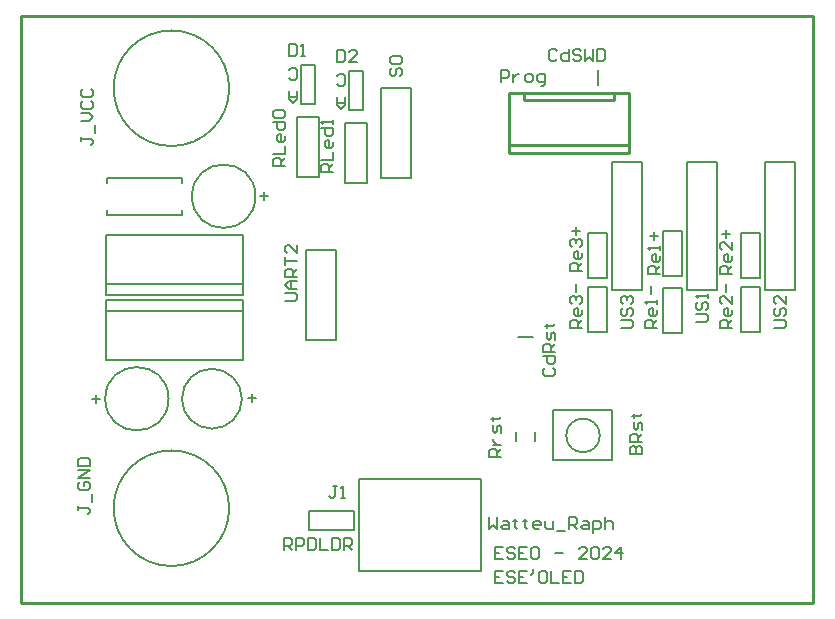
<source format=gto>
G04*
G04 #@! TF.GenerationSoftware,Altium Limited,Altium Designer,19.1.5 (86)*
G04*
G04 Layer_Color=65535*
%FSLAX25Y25*%
%MOIN*%
G70*
G01*
G75*
%ADD10C,0.00787*%
%ADD11C,0.00800*%
%ADD12C,0.00600*%
%ADD13C,0.01000*%
D10*
X104259Y89000D02*
G03*
X104259Y89000I-19259J0D01*
G01*
X98500Y115500D02*
G03*
X108500Y125500I0J10000D01*
G01*
X88500D02*
G03*
X98500Y115500I10000J0D01*
G01*
Y135500D02*
G03*
X88500Y125500I0J-10000D01*
G01*
X108500D02*
G03*
X98500Y135500I-10000J0D01*
G01*
X113000Y193000D02*
G03*
X113000Y193000I-10563J0D01*
G01*
X104259Y229000D02*
G03*
X104259Y229000I-19259J0D01*
G01*
X84063Y125500D02*
G03*
X84063Y125500I-10563J0D01*
G01*
X108835Y138531D02*
Y158453D01*
X63047Y138531D02*
Y158453D01*
Y138531D02*
X108835D01*
X63047Y158453D02*
X108835D01*
X63047Y154752D02*
X108835D01*
X206150Y111425D02*
Y114575D01*
X199850Y111425D02*
Y114575D01*
X144138Y221638D02*
X148862D01*
Y234630D01*
X144138D02*
X148862D01*
X144138Y221638D02*
Y234630D01*
X140000Y145000D02*
Y175000D01*
X130000D02*
X140000D01*
X130000Y145000D02*
Y175000D01*
Y145000D02*
X140000D01*
X88500Y186750D02*
Y188500D01*
X63500Y197500D02*
Y199250D01*
X88500D01*
Y197500D02*
Y199250D01*
X63500Y186750D02*
X88500D01*
X63500D02*
Y188500D01*
X188091Y68209D02*
Y81090D01*
Y88090D02*
Y98839D01*
X174291Y68209D02*
X188091D01*
Y81090D02*
Y88090D01*
X147500Y98839D02*
X188091D01*
X147500Y68209D02*
Y98839D01*
Y68209D02*
X174291D01*
X232000Y204299D02*
X242000Y204299D01*
Y161779D02*
Y204299D01*
X232000Y161779D02*
Y204299D01*
Y161779D02*
X242000D01*
X155000Y229000D02*
X165000D01*
Y199000D02*
Y229000D01*
X155000Y199000D02*
X165000D01*
X155000D02*
Y229000D01*
X63165Y160047D02*
Y179969D01*
X108953Y160047D02*
Y179969D01*
X63165D02*
X108953D01*
X63165Y160047D02*
X108953D01*
X63165Y163748D02*
X108953D01*
X128138Y223638D02*
X132862D01*
Y236630D01*
X128138D02*
X132862D01*
X128138Y223638D02*
Y236630D01*
X200441Y146087D02*
X205559D01*
X227087Y229941D02*
Y235059D01*
X257000Y204299D02*
X267000D01*
Y161779D02*
Y204299D01*
X257000Y161779D02*
Y204299D01*
Y161779D02*
X267000D01*
X283000Y204299D02*
X293000D01*
Y161779D02*
Y204299D01*
X283000Y161779D02*
Y204299D01*
Y161779D02*
X293000D01*
X142957Y225969D02*
Y223345D01*
X141645Y222033D01*
X140333Y223345D01*
Y225969D01*
Y224001D01*
X142957D01*
X140333Y230563D02*
X140989Y229907D01*
X142301D01*
X142957Y230563D01*
Y233187D01*
X142301Y233842D01*
X140989D01*
X140333Y233187D01*
X126957Y227969D02*
Y225345D01*
X125645Y224033D01*
X124333Y225345D01*
Y227969D01*
Y226001D01*
X126957D01*
X124333Y232563D02*
X124989Y231907D01*
X126301D01*
X126957Y232563D01*
Y235187D01*
X126301Y235842D01*
X124989D01*
X124333Y235187D01*
D11*
X227803Y113260D02*
G03*
X227803Y113260I-5590J0D01*
G01*
X212213Y104953D02*
X231898D01*
Y121882D01*
X212213D02*
X231898D01*
X212213Y104953D02*
Y121882D01*
X139000Y201000D02*
X135001D01*
Y202999D01*
X135668Y203666D01*
X137001D01*
X137667Y202999D01*
Y201000D01*
Y202333D02*
X139000Y203666D01*
X135001Y204999D02*
X139000D01*
Y207664D01*
Y210997D02*
Y209664D01*
X138333Y208997D01*
X137001D01*
X136334Y209664D01*
Y210997D01*
X137001Y211663D01*
X137667D01*
Y208997D01*
X135001Y215662D02*
X139000D01*
Y213663D01*
X138333Y212996D01*
X137001D01*
X136334Y213663D01*
Y215662D01*
X139000Y216995D02*
Y218328D01*
Y217661D01*
X135001D01*
X135668Y216995D01*
X122500Y75000D02*
Y78999D01*
X124499D01*
X125166Y78332D01*
Y76999D01*
X124499Y76333D01*
X122500D01*
X123833D02*
X125166Y75000D01*
X126499D02*
Y78999D01*
X128498D01*
X129165Y78332D01*
Y76999D01*
X128498Y76333D01*
X126499D01*
X130497Y78999D02*
Y75000D01*
X132497D01*
X133163Y75666D01*
Y78332D01*
X132497Y78999D01*
X130497D01*
X134496D02*
Y75000D01*
X137162D01*
X138495Y78999D02*
Y75000D01*
X140494D01*
X141161Y75666D01*
Y78332D01*
X140494Y78999D01*
X138495D01*
X142494Y75000D02*
Y78999D01*
X144493D01*
X145159Y78332D01*
Y76999D01*
X144493Y76333D01*
X142494D01*
X143826D02*
X145159Y75000D01*
X195000Y106000D02*
X191001D01*
Y107999D01*
X191668Y108666D01*
X193001D01*
X193667Y107999D01*
Y106000D01*
Y107333D02*
X195000Y108666D01*
X192334Y109999D02*
X195000D01*
X193667D01*
X193001Y110665D01*
X192334Y111332D01*
Y111998D01*
X195000Y113997D02*
Y115997D01*
X194334Y116663D01*
X193667Y115997D01*
Y114664D01*
X193001Y113997D01*
X192334Y114664D01*
Y116663D01*
X191668Y118663D02*
X192334D01*
Y117996D01*
Y119329D01*
Y118663D01*
X194334D01*
X195000Y119329D01*
X140300Y241799D02*
Y237800D01*
X142299D01*
X142966Y238466D01*
Y241132D01*
X142299Y241799D01*
X140300D01*
X146965Y237800D02*
X144299D01*
X146965Y240466D01*
Y241132D01*
X146298Y241799D01*
X144965D01*
X144299Y241132D01*
X195000Y231000D02*
Y234999D01*
X196999D01*
X197666Y234332D01*
Y232999D01*
X196999Y232333D01*
X195000D01*
X198999Y233666D02*
Y231000D01*
Y232333D01*
X199665Y232999D01*
X200332Y233666D01*
X200998D01*
X203664Y231000D02*
X204997D01*
X205663Y231666D01*
Y232999D01*
X204997Y233666D01*
X203664D01*
X202997Y232999D01*
Y231666D01*
X203664Y231000D01*
X208329Y229667D02*
X208996D01*
X209662Y230334D01*
Y233666D01*
X207663D01*
X206996Y232999D01*
Y231666D01*
X207663Y231000D01*
X209662D01*
X123001Y158000D02*
X126333D01*
X127000Y158667D01*
Y159999D01*
X126333Y160666D01*
X123001D01*
X127000Y161999D02*
X124334D01*
X123001Y163332D01*
X124334Y164664D01*
X127000D01*
X125001D01*
Y161999D01*
X127000Y165997D02*
X123001D01*
Y167997D01*
X123668Y168663D01*
X125001D01*
X125667Y167997D01*
Y165997D01*
Y167330D02*
X127000Y168663D01*
X123001Y169996D02*
Y172662D01*
Y171329D01*
X127000D01*
Y176661D02*
Y173995D01*
X124334Y176661D01*
X123668D01*
X123001Y175994D01*
Y174661D01*
X123668Y173995D01*
X54001Y89666D02*
Y88333D01*
Y88999D01*
X57334D01*
X58000Y88333D01*
Y87666D01*
X57334Y87000D01*
X58666Y90999D02*
Y93664D01*
X54668Y97663D02*
X54001Y96997D01*
Y95664D01*
X54668Y94997D01*
X57334D01*
X58000Y95664D01*
Y96997D01*
X57334Y97663D01*
X56001D01*
Y96330D01*
X58000Y98996D02*
X54001D01*
X58000Y101662D01*
X54001D01*
Y102995D02*
X58000D01*
Y104994D01*
X57334Y105661D01*
X54668D01*
X54001Y104994D01*
Y102995D01*
X113185Y125666D02*
X110519D01*
X111852Y124333D02*
Y126999D01*
X117319Y193166D02*
X114653D01*
X115986Y191833D02*
Y194499D01*
X238001Y107000D02*
X242000D01*
Y108999D01*
X241334Y109666D01*
X240667D01*
X240001Y108999D01*
Y107000D01*
Y108999D01*
X239334Y109666D01*
X238668D01*
X238001Y108999D01*
Y107000D01*
X242000Y110999D02*
X238001D01*
Y112998D01*
X238668Y113664D01*
X240001D01*
X240667Y112998D01*
Y110999D01*
Y112332D02*
X242000Y113664D01*
Y114997D02*
Y116997D01*
X241334Y117663D01*
X240667Y116997D01*
Y115664D01*
X240001Y114997D01*
X239334Y115664D01*
Y117663D01*
X238668Y119663D02*
X239334D01*
Y118996D01*
Y120329D01*
Y119663D01*
X241334D01*
X242000Y120329D01*
X140166Y96499D02*
X138833D01*
X139499D01*
Y93166D01*
X138833Y92500D01*
X138166D01*
X137500Y93166D01*
X141499Y92500D02*
X142832D01*
X142165D01*
Y96499D01*
X141499Y95832D01*
X235001Y149000D02*
X238334D01*
X239000Y149667D01*
Y150999D01*
X238334Y151666D01*
X235001D01*
X235668Y155665D02*
X235001Y154998D01*
Y153665D01*
X235668Y152999D01*
X236334D01*
X237001Y153665D01*
Y154998D01*
X237667Y155665D01*
X238334D01*
X239000Y154998D01*
Y153665D01*
X238334Y152999D01*
X235668Y156997D02*
X235001Y157664D01*
Y158997D01*
X235668Y159663D01*
X236334D01*
X237001Y158997D01*
Y158330D01*
Y158997D01*
X237667Y159663D01*
X238334D01*
X239000Y158997D01*
Y157664D01*
X238334Y156997D01*
X158668Y235666D02*
X158001Y234999D01*
Y233666D01*
X158668Y233000D01*
X159334D01*
X160001Y233666D01*
Y234999D01*
X160667Y235666D01*
X161334D01*
X162000Y234999D01*
Y233666D01*
X161334Y233000D01*
X158668Y236999D02*
X158001Y237665D01*
Y238998D01*
X158668Y239665D01*
X161334D01*
X162000Y238998D01*
Y237665D01*
X161334Y236999D01*
X158668D01*
X55001Y212666D02*
Y211333D01*
Y211999D01*
X58334D01*
X59000Y211333D01*
Y210666D01*
X58334Y210000D01*
X59666Y213999D02*
Y216665D01*
X55001Y217997D02*
X57667D01*
X59000Y219330D01*
X57667Y220663D01*
X55001D01*
X55668Y224662D02*
X55001Y223995D01*
Y222663D01*
X55668Y221996D01*
X58334D01*
X59000Y222663D01*
Y223995D01*
X58334Y224662D01*
X55668Y228661D02*
X55001Y227994D01*
Y226661D01*
X55668Y225995D01*
X58334D01*
X59000Y226661D01*
Y227994D01*
X58334Y228661D01*
X58618Y125334D02*
X61284D01*
X59951Y126667D02*
Y124001D01*
X124300Y243799D02*
Y239800D01*
X126299D01*
X126966Y240466D01*
Y243132D01*
X126299Y243799D01*
X124300D01*
X128299Y239800D02*
X129632D01*
X128965D01*
Y243799D01*
X128299Y243132D01*
X123000Y203000D02*
X119001D01*
Y204999D01*
X119668Y205666D01*
X121001D01*
X121667Y204999D01*
Y203000D01*
Y204333D02*
X123000Y205666D01*
X119001Y206999D02*
X123000D01*
Y209665D01*
Y212997D02*
Y211664D01*
X122334Y210997D01*
X121001D01*
X120334Y211664D01*
Y212997D01*
X121001Y213663D01*
X121667D01*
Y210997D01*
X119001Y217662D02*
X123000D01*
Y215663D01*
X122334Y214996D01*
X121001D01*
X120334Y215663D01*
Y217662D01*
X119668Y218995D02*
X119001Y219661D01*
Y220994D01*
X119668Y221661D01*
X122334D01*
X123000Y220994D01*
Y219661D01*
X122334Y218995D01*
X119668D01*
X209668Y135666D02*
X209001Y134999D01*
Y133667D01*
X209668Y133000D01*
X212334D01*
X213000Y133667D01*
Y134999D01*
X212334Y135666D01*
X209001Y139664D02*
X213000D01*
Y137665D01*
X212334Y136999D01*
X211001D01*
X210334Y137665D01*
Y139664D01*
X213000Y140997D02*
X209001D01*
Y142997D01*
X209668Y143663D01*
X211001D01*
X211667Y142997D01*
Y140997D01*
Y142330D02*
X213000Y143663D01*
Y144996D02*
Y146995D01*
X212334Y147662D01*
X211667Y146995D01*
Y145663D01*
X211001Y144996D01*
X210334Y145663D01*
Y147662D01*
X209668Y149661D02*
X210334D01*
Y148995D01*
Y150328D01*
Y149661D01*
X212334D01*
X213000Y150328D01*
X213666Y241332D02*
X212999Y241999D01*
X211666D01*
X211000Y241332D01*
Y238666D01*
X211666Y238000D01*
X212999D01*
X213666Y238666D01*
X217665Y241999D02*
Y238000D01*
X215665D01*
X214999Y238666D01*
Y239999D01*
X215665Y240666D01*
X217665D01*
X221663Y241332D02*
X220997Y241999D01*
X219664D01*
X218997Y241332D01*
Y240666D01*
X219664Y239999D01*
X220997D01*
X221663Y239333D01*
Y238666D01*
X220997Y238000D01*
X219664D01*
X218997Y238666D01*
X222996Y241999D02*
Y238000D01*
X224329Y239333D01*
X225662Y238000D01*
Y241999D01*
X226995D02*
Y238000D01*
X228994D01*
X229661Y238666D01*
Y241332D01*
X228994Y241999D01*
X226995D01*
X248000Y167000D02*
X244001D01*
Y168999D01*
X244668Y169666D01*
X246001D01*
X246667Y168999D01*
Y167000D01*
Y168333D02*
X248000Y169666D01*
Y172998D02*
Y171665D01*
X247334Y170999D01*
X246001D01*
X245334Y171665D01*
Y172998D01*
X246001Y173664D01*
X246667D01*
Y170999D01*
X248000Y174997D02*
Y176330D01*
Y175664D01*
X244001D01*
X244668Y174997D01*
X246001Y178330D02*
Y180996D01*
X244668Y179663D02*
X247334D01*
X272000Y167000D02*
X268001D01*
Y168999D01*
X268668Y169666D01*
X270001D01*
X270667Y168999D01*
Y167000D01*
Y168333D02*
X272000Y169666D01*
Y172998D02*
Y171665D01*
X271334Y170999D01*
X270001D01*
X269334Y171665D01*
Y172998D01*
X270001Y173664D01*
X270667D01*
Y170999D01*
X272000Y177663D02*
Y174997D01*
X269334Y177663D01*
X268668D01*
X268001Y176997D01*
Y175664D01*
X268668Y174997D01*
X270001Y178996D02*
Y181662D01*
X268668Y180329D02*
X271334D01*
X222000Y168000D02*
X218001D01*
Y169999D01*
X218668Y170666D01*
X220001D01*
X220667Y169999D01*
Y168000D01*
Y169333D02*
X222000Y170666D01*
Y173998D02*
Y172665D01*
X221334Y171999D01*
X220001D01*
X219334Y172665D01*
Y173998D01*
X220001Y174664D01*
X220667D01*
Y171999D01*
X218668Y175997D02*
X218001Y176664D01*
Y177997D01*
X218668Y178663D01*
X219334D01*
X220001Y177997D01*
Y177330D01*
Y177997D01*
X220667Y178663D01*
X221334D01*
X222000Y177997D01*
Y176664D01*
X221334Y175997D01*
X220001Y179996D02*
Y182662D01*
X218668Y181329D02*
X221334D01*
X247000Y149000D02*
X243001D01*
Y150999D01*
X243668Y151666D01*
X245001D01*
X245667Y150999D01*
Y149000D01*
Y150333D02*
X247000Y151666D01*
Y154998D02*
Y153665D01*
X246334Y152999D01*
X245001D01*
X244334Y153665D01*
Y154998D01*
X245001Y155665D01*
X245667D01*
Y152999D01*
X247000Y156997D02*
Y158330D01*
Y157664D01*
X243001D01*
X243668Y156997D01*
X245001Y160330D02*
Y162996D01*
X272000Y149000D02*
X268001D01*
Y150999D01*
X268668Y151666D01*
X270001D01*
X270667Y150999D01*
Y149000D01*
Y150333D02*
X272000Y151666D01*
Y154998D02*
Y153665D01*
X271334Y152999D01*
X270001D01*
X269334Y153665D01*
Y154998D01*
X270001Y155665D01*
X270667D01*
Y152999D01*
X272000Y159663D02*
Y156997D01*
X269334Y159663D01*
X268668D01*
X268001Y158997D01*
Y157664D01*
X268668Y156997D01*
X270001Y160996D02*
Y163662D01*
X222000Y149000D02*
X218001D01*
Y150999D01*
X218668Y151666D01*
X220001D01*
X220667Y150999D01*
Y149000D01*
Y150333D02*
X222000Y151666D01*
Y154998D02*
Y153665D01*
X221334Y152999D01*
X220001D01*
X219334Y153665D01*
Y154998D01*
X220001Y155665D01*
X220667D01*
Y152999D01*
X218668Y156997D02*
X218001Y157664D01*
Y158997D01*
X218668Y159663D01*
X219334D01*
X220001Y158997D01*
Y158330D01*
Y158997D01*
X220667Y159663D01*
X221334D01*
X222000Y158997D01*
Y157664D01*
X221334Y156997D01*
X220001Y160996D02*
Y163662D01*
X260001Y151000D02*
X263334D01*
X264000Y151666D01*
Y152999D01*
X263334Y153666D01*
X260001D01*
X260668Y157665D02*
X260001Y156998D01*
Y155665D01*
X260668Y154999D01*
X261334D01*
X262001Y155665D01*
Y156998D01*
X262667Y157665D01*
X263334D01*
X264000Y156998D01*
Y155665D01*
X263334Y154999D01*
X264000Y158997D02*
Y160330D01*
Y159664D01*
X260001D01*
X260668Y158997D01*
X286001Y149000D02*
X289334D01*
X290000Y149667D01*
Y150999D01*
X289334Y151666D01*
X286001D01*
X286668Y155665D02*
X286001Y154998D01*
Y153665D01*
X286668Y152999D01*
X287334D01*
X288001Y153665D01*
Y154998D01*
X288667Y155665D01*
X289334D01*
X290000Y154998D01*
Y153665D01*
X289334Y152999D01*
X290000Y159663D02*
Y156997D01*
X287334Y159663D01*
X286668D01*
X286001Y158997D01*
Y157664D01*
X286668Y156997D01*
X195666Y67999D02*
X193000D01*
Y64000D01*
X195666D01*
X193000Y65999D02*
X194333D01*
X199664Y67332D02*
X198998Y67999D01*
X197665D01*
X196999Y67332D01*
Y66666D01*
X197665Y65999D01*
X198998D01*
X199664Y65333D01*
Y64666D01*
X198998Y64000D01*
X197665D01*
X196999Y64666D01*
X203663Y67999D02*
X200997D01*
Y64000D01*
X203663D01*
X200997Y65999D02*
X202330D01*
X205663Y68665D02*
Y67332D01*
X204996Y66666D01*
X209661Y67999D02*
X208328D01*
X207662Y67332D01*
Y64666D01*
X208328Y64000D01*
X209661D01*
X210328Y64666D01*
Y67332D01*
X209661Y67999D01*
X211661D02*
Y64000D01*
X214326D01*
X218325Y67999D02*
X215659D01*
Y64000D01*
X218325D01*
X215659Y65999D02*
X216992D01*
X219658Y67999D02*
Y64000D01*
X221657D01*
X222324Y64666D01*
Y67332D01*
X221657Y67999D01*
X219658D01*
X195666Y75999D02*
X193000D01*
Y72000D01*
X195666D01*
X193000Y73999D02*
X194333D01*
X199664Y75332D02*
X198998Y75999D01*
X197665D01*
X196999Y75332D01*
Y74666D01*
X197665Y73999D01*
X198998D01*
X199664Y73333D01*
Y72666D01*
X198998Y72000D01*
X197665D01*
X196999Y72666D01*
X203663Y75999D02*
X200997D01*
Y72000D01*
X203663D01*
X200997Y73999D02*
X202330D01*
X206996Y75999D02*
X205663D01*
X204996Y75332D01*
Y72666D01*
X205663Y72000D01*
X206996D01*
X207662Y72666D01*
Y75332D01*
X206996Y75999D01*
X212994Y73999D02*
X215659D01*
X223657Y72000D02*
X220991D01*
X223657Y74666D01*
Y75332D01*
X222990Y75999D01*
X221657D01*
X220991Y75332D01*
X224990D02*
X225656Y75999D01*
X226989D01*
X227656Y75332D01*
Y72666D01*
X226989Y72000D01*
X225656D01*
X224990Y72666D01*
Y75332D01*
X231654Y72000D02*
X228988D01*
X231654Y74666D01*
Y75332D01*
X230988Y75999D01*
X229655D01*
X228988Y75332D01*
X234986Y72000D02*
Y75999D01*
X232987Y73999D01*
X235653D01*
X191000Y85999D02*
Y82000D01*
X192333Y83333D01*
X193666Y82000D01*
Y85999D01*
X195665Y84666D02*
X196998D01*
X197664Y83999D01*
Y82000D01*
X195665D01*
X194999Y82666D01*
X195665Y83333D01*
X197664D01*
X199664Y85332D02*
Y84666D01*
X198997D01*
X200330D01*
X199664D01*
Y82666D01*
X200330Y82000D01*
X202996Y85332D02*
Y84666D01*
X202330D01*
X203663D01*
X202996D01*
Y82666D01*
X203663Y82000D01*
X207661D02*
X206328D01*
X205662Y82666D01*
Y83999D01*
X206328Y84666D01*
X207661D01*
X208328Y83999D01*
Y83333D01*
X205662D01*
X209661Y84666D02*
Y82666D01*
X210327Y82000D01*
X212327D01*
Y84666D01*
X213659Y81334D02*
X216325D01*
X217658Y82000D02*
Y85999D01*
X219657D01*
X220324Y85332D01*
Y83999D01*
X219657Y83333D01*
X217658D01*
X218991D02*
X220324Y82000D01*
X222323Y84666D02*
X223656D01*
X224323Y83999D01*
Y82000D01*
X222323D01*
X221657Y82666D01*
X222323Y83333D01*
X224323D01*
X225656Y80667D02*
Y84666D01*
X227655D01*
X228321Y83999D01*
Y82666D01*
X227655Y82000D01*
X225656D01*
X229654Y85999D02*
Y82000D01*
Y83999D01*
X230321Y84666D01*
X231653D01*
X232320Y83999D01*
Y82000D01*
D12*
X142957Y197465D02*
X150043D01*
Y217543D01*
X142957D02*
X150043D01*
X142957Y197465D02*
Y217543D01*
X145911Y81850D02*
Y88150D01*
X130950D02*
X145911D01*
X130950Y81850D02*
Y88150D01*
Y81850D02*
X145911D01*
X126957Y199465D02*
X134043D01*
Y219543D01*
X126957D02*
X134043D01*
X126957Y199465D02*
Y219543D01*
X248850Y181411D02*
X255150D01*
X248850Y166450D02*
Y181411D01*
Y166450D02*
X255150D01*
Y181411D01*
X274850Y180811D02*
X281150D01*
X274850Y165850D02*
Y180811D01*
Y165850D02*
X281150D01*
Y180811D01*
X223850D02*
X230150D01*
X223850Y165850D02*
Y180811D01*
Y165850D02*
X230150D01*
Y180811D01*
X248850Y162411D02*
X255150D01*
X248850Y147450D02*
Y162411D01*
Y147450D02*
X255150D01*
Y162411D01*
X274850Y162811D02*
X281150D01*
X274850Y147850D02*
Y162811D01*
Y147850D02*
X281150D01*
Y162811D01*
X223850D02*
X230150D01*
X223850Y147850D02*
Y162811D01*
Y147850D02*
X230150D01*
Y162811D01*
D13*
X202500Y225020D02*
Y227500D01*
X197500Y207500D02*
X237500D01*
X197500D02*
Y227500D01*
X237500D01*
Y207500D02*
Y227500D01*
X197500Y209980D02*
X237500D01*
X202500Y225020D02*
X232500D01*
Y227500D01*
X35000Y253000D02*
X299000D01*
Y57500D02*
Y253000D01*
X35000Y57500D02*
X299000D01*
X35000D02*
Y253000D01*
M02*

</source>
